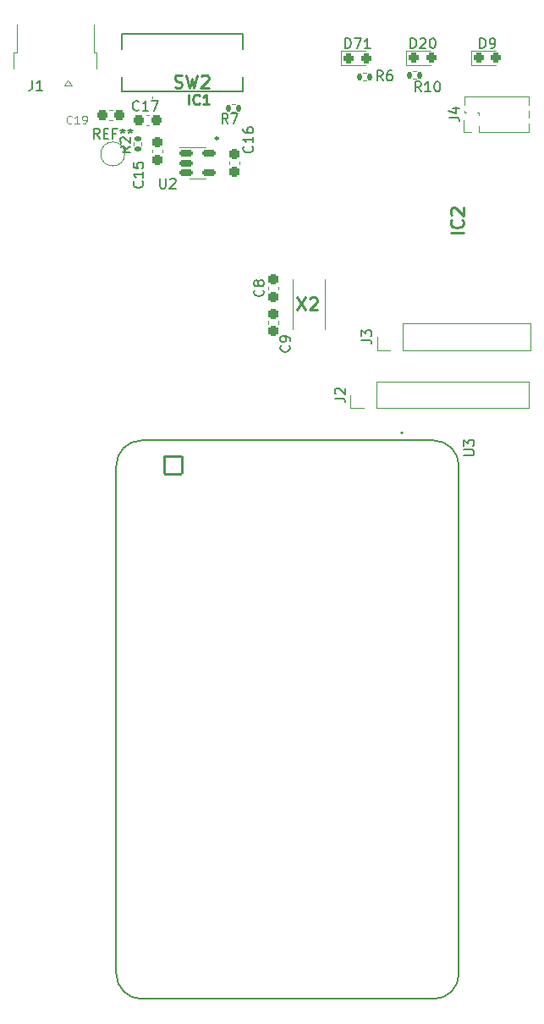
<source format=gbr>
%TF.GenerationSoftware,KiCad,Pcbnew,7.0.7*%
%TF.CreationDate,2023-10-31T18:53:21-05:00*%
%TF.ProjectId,KeyboardPCB,4b657962-6f61-4726-9450-43422e6b6963,rev?*%
%TF.SameCoordinates,Original*%
%TF.FileFunction,Legend,Top*%
%TF.FilePolarity,Positive*%
%FSLAX46Y46*%
G04 Gerber Fmt 4.6, Leading zero omitted, Abs format (unit mm)*
G04 Created by KiCad (PCBNEW 7.0.7) date 2023-10-31 18:53:21*
%MOMM*%
%LPD*%
G01*
G04 APERTURE LIST*
G04 Aperture macros list*
%AMRoundRect*
0 Rectangle with rounded corners*
0 $1 Rounding radius*
0 $2 $3 $4 $5 $6 $7 $8 $9 X,Y pos of 4 corners*
0 Add a 4 corners polygon primitive as box body*
4,1,4,$2,$3,$4,$5,$6,$7,$8,$9,$2,$3,0*
0 Add four circle primitives for the rounded corners*
1,1,$1+$1,$2,$3*
1,1,$1+$1,$4,$5*
1,1,$1+$1,$6,$7*
1,1,$1+$1,$8,$9*
0 Add four rect primitives between the rounded corners*
20,1,$1+$1,$2,$3,$4,$5,0*
20,1,$1+$1,$4,$5,$6,$7,0*
20,1,$1+$1,$6,$7,$8,$9,0*
20,1,$1+$1,$8,$9,$2,$3,0*%
G04 Aperture macros list end*
%ADD10C,0.150000*%
%ADD11C,0.254000*%
%ADD12C,0.125000*%
%ADD13C,0.250000*%
%ADD14C,0.127000*%
%ADD15C,0.200000*%
%ADD16C,0.120000*%
%ADD17C,0.100000*%
%ADD18C,2.200000*%
%ADD19RoundRect,0.102000X-0.889000X0.889000X-0.889000X-0.889000X0.889000X-0.889000X0.889000X0.889000X0*%
%ADD20C,1.982000*%
%ADD21C,1.701800*%
%ADD22C,3.000000*%
%ADD23C,3.987800*%
%ADD24RoundRect,0.237500X-0.287500X-0.237500X0.287500X-0.237500X0.287500X0.237500X-0.287500X0.237500X0*%
%ADD25RoundRect,0.150000X-0.512500X-0.150000X0.512500X-0.150000X0.512500X0.150000X-0.512500X0.150000X0*%
%ADD26RoundRect,0.237500X0.300000X0.237500X-0.300000X0.237500X-0.300000X-0.237500X0.300000X-0.237500X0*%
%ADD27R,2.400000X2.000000*%
%ADD28RoundRect,0.237500X0.237500X-0.300000X0.237500X0.300000X-0.237500X0.300000X-0.237500X-0.300000X0*%
%ADD29O,0.800000X2.400000*%
%ADD30O,2.400000X0.800000*%
%ADD31C,3.048000*%
%ADD32R,1.700000X1.700000*%
%ADD33O,1.700000X1.700000*%
%ADD34RoundRect,0.135000X-0.135000X-0.185000X0.135000X-0.185000X0.135000X0.185000X-0.135000X0.185000X0*%
%ADD35R,0.850000X0.350000*%
%ADD36R,1.700000X2.450000*%
%ADD37R,1.000000X1.000000*%
%ADD38O,1.000000X1.000000*%
%ADD39RoundRect,0.135000X-0.185000X0.135000X-0.185000X-0.135000X0.185000X-0.135000X0.185000X0.135000X0*%
%ADD40R,1.515000X1.515000*%
%ADD41C,1.515000*%
%ADD42C,2.385000*%
%ADD43C,2.000000*%
%ADD44R,0.400000X1.650000*%
%ADD45R,1.825000X0.700000*%
%ADD46R,2.000000X1.500000*%
%ADD47R,1.350000X2.000000*%
%ADD48O,1.350000X1.700000*%
%ADD49O,1.100000X1.500000*%
%ADD50R,1.430000X2.500000*%
%ADD51RoundRect,0.237500X-0.237500X0.300000X-0.237500X-0.300000X0.237500X-0.300000X0.237500X0.300000X0*%
G04 APERTURE END LIST*
D10*
X688054819Y-215861904D02*
X688864342Y-215861904D01*
X688864342Y-215861904D02*
X688959580Y-215814285D01*
X688959580Y-215814285D02*
X689007200Y-215766666D01*
X689007200Y-215766666D02*
X689054819Y-215671428D01*
X689054819Y-215671428D02*
X689054819Y-215480952D01*
X689054819Y-215480952D02*
X689007200Y-215385714D01*
X689007200Y-215385714D02*
X688959580Y-215338095D01*
X688959580Y-215338095D02*
X688864342Y-215290476D01*
X688864342Y-215290476D02*
X688054819Y-215290476D01*
X688054819Y-214909523D02*
X688054819Y-214290476D01*
X688054819Y-214290476D02*
X688435771Y-214623809D01*
X688435771Y-214623809D02*
X688435771Y-214480952D01*
X688435771Y-214480952D02*
X688483390Y-214385714D01*
X688483390Y-214385714D02*
X688531009Y-214338095D01*
X688531009Y-214338095D02*
X688626247Y-214290476D01*
X688626247Y-214290476D02*
X688864342Y-214290476D01*
X688864342Y-214290476D02*
X688959580Y-214338095D01*
X688959580Y-214338095D02*
X689007200Y-214385714D01*
X689007200Y-214385714D02*
X689054819Y-214480952D01*
X689054819Y-214480952D02*
X689054819Y-214766666D01*
X689054819Y-214766666D02*
X689007200Y-214861904D01*
X689007200Y-214861904D02*
X688959580Y-214909523D01*
X689659905Y-175103819D02*
X689659905Y-174103819D01*
X689659905Y-174103819D02*
X689898000Y-174103819D01*
X689898000Y-174103819D02*
X690040857Y-174151438D01*
X690040857Y-174151438D02*
X690136095Y-174246676D01*
X690136095Y-174246676D02*
X690183714Y-174341914D01*
X690183714Y-174341914D02*
X690231333Y-174532390D01*
X690231333Y-174532390D02*
X690231333Y-174675247D01*
X690231333Y-174675247D02*
X690183714Y-174865723D01*
X690183714Y-174865723D02*
X690136095Y-174960961D01*
X690136095Y-174960961D02*
X690040857Y-175056200D01*
X690040857Y-175056200D02*
X689898000Y-175103819D01*
X689898000Y-175103819D02*
X689659905Y-175103819D01*
X690707524Y-175103819D02*
X690898000Y-175103819D01*
X690898000Y-175103819D02*
X690993238Y-175056200D01*
X690993238Y-175056200D02*
X691040857Y-175008580D01*
X691040857Y-175008580D02*
X691136095Y-174865723D01*
X691136095Y-174865723D02*
X691183714Y-174675247D01*
X691183714Y-174675247D02*
X691183714Y-174294295D01*
X691183714Y-174294295D02*
X691136095Y-174199057D01*
X691136095Y-174199057D02*
X691088476Y-174151438D01*
X691088476Y-174151438D02*
X690993238Y-174103819D01*
X690993238Y-174103819D02*
X690802762Y-174103819D01*
X690802762Y-174103819D02*
X690707524Y-174151438D01*
X690707524Y-174151438D02*
X690659905Y-174199057D01*
X690659905Y-174199057D02*
X690612286Y-174294295D01*
X690612286Y-174294295D02*
X690612286Y-174532390D01*
X690612286Y-174532390D02*
X690659905Y-174627628D01*
X690659905Y-174627628D02*
X690707524Y-174675247D01*
X690707524Y-174675247D02*
X690802762Y-174722866D01*
X690802762Y-174722866D02*
X690993238Y-174722866D01*
X690993238Y-174722866D02*
X691088476Y-174675247D01*
X691088476Y-174675247D02*
X691136095Y-174627628D01*
X691136095Y-174627628D02*
X691183714Y-174532390D01*
X657638095Y-188154819D02*
X657638095Y-188964342D01*
X657638095Y-188964342D02*
X657685714Y-189059580D01*
X657685714Y-189059580D02*
X657733333Y-189107200D01*
X657733333Y-189107200D02*
X657828571Y-189154819D01*
X657828571Y-189154819D02*
X658019047Y-189154819D01*
X658019047Y-189154819D02*
X658114285Y-189107200D01*
X658114285Y-189107200D02*
X658161904Y-189059580D01*
X658161904Y-189059580D02*
X658209523Y-188964342D01*
X658209523Y-188964342D02*
X658209523Y-188154819D01*
X658638095Y-188250057D02*
X658685714Y-188202438D01*
X658685714Y-188202438D02*
X658780952Y-188154819D01*
X658780952Y-188154819D02*
X659019047Y-188154819D01*
X659019047Y-188154819D02*
X659114285Y-188202438D01*
X659114285Y-188202438D02*
X659161904Y-188250057D01*
X659161904Y-188250057D02*
X659209523Y-188345295D01*
X659209523Y-188345295D02*
X659209523Y-188440533D01*
X659209523Y-188440533D02*
X659161904Y-188583390D01*
X659161904Y-188583390D02*
X658590476Y-189154819D01*
X658590476Y-189154819D02*
X659209523Y-189154819D01*
X655507142Y-181284580D02*
X655459523Y-181332200D01*
X655459523Y-181332200D02*
X655316666Y-181379819D01*
X655316666Y-181379819D02*
X655221428Y-181379819D01*
X655221428Y-181379819D02*
X655078571Y-181332200D01*
X655078571Y-181332200D02*
X654983333Y-181236961D01*
X654983333Y-181236961D02*
X654935714Y-181141723D01*
X654935714Y-181141723D02*
X654888095Y-180951247D01*
X654888095Y-180951247D02*
X654888095Y-180808390D01*
X654888095Y-180808390D02*
X654935714Y-180617914D01*
X654935714Y-180617914D02*
X654983333Y-180522676D01*
X654983333Y-180522676D02*
X655078571Y-180427438D01*
X655078571Y-180427438D02*
X655221428Y-180379819D01*
X655221428Y-180379819D02*
X655316666Y-180379819D01*
X655316666Y-180379819D02*
X655459523Y-180427438D01*
X655459523Y-180427438D02*
X655507142Y-180475057D01*
X656459523Y-181379819D02*
X655888095Y-181379819D01*
X656173809Y-181379819D02*
X656173809Y-180379819D01*
X656173809Y-180379819D02*
X656078571Y-180522676D01*
X656078571Y-180522676D02*
X655983333Y-180617914D01*
X655983333Y-180617914D02*
X655888095Y-180665533D01*
X656792857Y-180379819D02*
X657459523Y-180379819D01*
X657459523Y-180379819D02*
X657030952Y-181379819D01*
D11*
X671371904Y-200041818D02*
X672218571Y-201311818D01*
X672218571Y-200041818D02*
X671371904Y-201311818D01*
X672641904Y-200162770D02*
X672702380Y-200102294D01*
X672702380Y-200102294D02*
X672823333Y-200041818D01*
X672823333Y-200041818D02*
X673125714Y-200041818D01*
X673125714Y-200041818D02*
X673246666Y-200102294D01*
X673246666Y-200102294D02*
X673307142Y-200162770D01*
X673307142Y-200162770D02*
X673367619Y-200283722D01*
X673367619Y-200283722D02*
X673367619Y-200404675D01*
X673367619Y-200404675D02*
X673307142Y-200586103D01*
X673307142Y-200586103D02*
X672581428Y-201311818D01*
X672581428Y-201311818D02*
X673367619Y-201311818D01*
D10*
X667929580Y-199304166D02*
X667977200Y-199351785D01*
X667977200Y-199351785D02*
X668024819Y-199494642D01*
X668024819Y-199494642D02*
X668024819Y-199589880D01*
X668024819Y-199589880D02*
X667977200Y-199732737D01*
X667977200Y-199732737D02*
X667881961Y-199827975D01*
X667881961Y-199827975D02*
X667786723Y-199875594D01*
X667786723Y-199875594D02*
X667596247Y-199923213D01*
X667596247Y-199923213D02*
X667453390Y-199923213D01*
X667453390Y-199923213D02*
X667262914Y-199875594D01*
X667262914Y-199875594D02*
X667167676Y-199827975D01*
X667167676Y-199827975D02*
X667072438Y-199732737D01*
X667072438Y-199732737D02*
X667024819Y-199589880D01*
X667024819Y-199589880D02*
X667024819Y-199494642D01*
X667024819Y-199494642D02*
X667072438Y-199351785D01*
X667072438Y-199351785D02*
X667120057Y-199304166D01*
X667453390Y-198732737D02*
X667405771Y-198827975D01*
X667405771Y-198827975D02*
X667358152Y-198875594D01*
X667358152Y-198875594D02*
X667262914Y-198923213D01*
X667262914Y-198923213D02*
X667215295Y-198923213D01*
X667215295Y-198923213D02*
X667120057Y-198875594D01*
X667120057Y-198875594D02*
X667072438Y-198827975D01*
X667072438Y-198827975D02*
X667024819Y-198732737D01*
X667024819Y-198732737D02*
X667024819Y-198542261D01*
X667024819Y-198542261D02*
X667072438Y-198447023D01*
X667072438Y-198447023D02*
X667120057Y-198399404D01*
X667120057Y-198399404D02*
X667215295Y-198351785D01*
X667215295Y-198351785D02*
X667262914Y-198351785D01*
X667262914Y-198351785D02*
X667358152Y-198399404D01*
X667358152Y-198399404D02*
X667405771Y-198447023D01*
X667405771Y-198447023D02*
X667453390Y-198542261D01*
X667453390Y-198542261D02*
X667453390Y-198732737D01*
X667453390Y-198732737D02*
X667501009Y-198827975D01*
X667501009Y-198827975D02*
X667548628Y-198875594D01*
X667548628Y-198875594D02*
X667643866Y-198923213D01*
X667643866Y-198923213D02*
X667834342Y-198923213D01*
X667834342Y-198923213D02*
X667929580Y-198875594D01*
X667929580Y-198875594D02*
X667977200Y-198827975D01*
X667977200Y-198827975D02*
X668024819Y-198732737D01*
X668024819Y-198732737D02*
X668024819Y-198542261D01*
X668024819Y-198542261D02*
X667977200Y-198447023D01*
X667977200Y-198447023D02*
X667929580Y-198399404D01*
X667929580Y-198399404D02*
X667834342Y-198351785D01*
X667834342Y-198351785D02*
X667643866Y-198351785D01*
X667643866Y-198351785D02*
X667548628Y-198399404D01*
X667548628Y-198399404D02*
X667501009Y-198447023D01*
X667501009Y-198447023D02*
X667453390Y-198542261D01*
D11*
X687997318Y-193618762D02*
X686727318Y-193618762D01*
X687876365Y-192288285D02*
X687936842Y-192348761D01*
X687936842Y-192348761D02*
X687997318Y-192530190D01*
X687997318Y-192530190D02*
X687997318Y-192651142D01*
X687997318Y-192651142D02*
X687936842Y-192832571D01*
X687936842Y-192832571D02*
X687815889Y-192953523D01*
X687815889Y-192953523D02*
X687694937Y-193014000D01*
X687694937Y-193014000D02*
X687453032Y-193074476D01*
X687453032Y-193074476D02*
X687271603Y-193074476D01*
X687271603Y-193074476D02*
X687029699Y-193014000D01*
X687029699Y-193014000D02*
X686908746Y-192953523D01*
X686908746Y-192953523D02*
X686787794Y-192832571D01*
X686787794Y-192832571D02*
X686727318Y-192651142D01*
X686727318Y-192651142D02*
X686727318Y-192530190D01*
X686727318Y-192530190D02*
X686787794Y-192348761D01*
X686787794Y-192348761D02*
X686848270Y-192288285D01*
X686848270Y-191804476D02*
X686787794Y-191744000D01*
X686787794Y-191744000D02*
X686727318Y-191623047D01*
X686727318Y-191623047D02*
X686727318Y-191320666D01*
X686727318Y-191320666D02*
X686787794Y-191199714D01*
X686787794Y-191199714D02*
X686848270Y-191139238D01*
X686848270Y-191139238D02*
X686969222Y-191078761D01*
X686969222Y-191078761D02*
X687090175Y-191078761D01*
X687090175Y-191078761D02*
X687271603Y-191139238D01*
X687271603Y-191139238D02*
X687997318Y-191864952D01*
X687997318Y-191864952D02*
X687997318Y-191078761D01*
D12*
X648785714Y-182587404D02*
X648747618Y-182625500D01*
X648747618Y-182625500D02*
X648633333Y-182663595D01*
X648633333Y-182663595D02*
X648557142Y-182663595D01*
X648557142Y-182663595D02*
X648442856Y-182625500D01*
X648442856Y-182625500D02*
X648366666Y-182549309D01*
X648366666Y-182549309D02*
X648328571Y-182473119D01*
X648328571Y-182473119D02*
X648290475Y-182320738D01*
X648290475Y-182320738D02*
X648290475Y-182206452D01*
X648290475Y-182206452D02*
X648328571Y-182054071D01*
X648328571Y-182054071D02*
X648366666Y-181977880D01*
X648366666Y-181977880D02*
X648442856Y-181901690D01*
X648442856Y-181901690D02*
X648557142Y-181863595D01*
X648557142Y-181863595D02*
X648633333Y-181863595D01*
X648633333Y-181863595D02*
X648747618Y-181901690D01*
X648747618Y-181901690D02*
X648785714Y-181939785D01*
X649547618Y-182663595D02*
X649090475Y-182663595D01*
X649319047Y-182663595D02*
X649319047Y-181863595D01*
X649319047Y-181863595D02*
X649242856Y-181977880D01*
X649242856Y-181977880D02*
X649166666Y-182054071D01*
X649166666Y-182054071D02*
X649090475Y-182092166D01*
X649928571Y-182663595D02*
X650080952Y-182663595D01*
X650080952Y-182663595D02*
X650157142Y-182625500D01*
X650157142Y-182625500D02*
X650195238Y-182587404D01*
X650195238Y-182587404D02*
X650271428Y-182473119D01*
X650271428Y-182473119D02*
X650309523Y-182320738D01*
X650309523Y-182320738D02*
X650309523Y-182015976D01*
X650309523Y-182015976D02*
X650271428Y-181939785D01*
X650271428Y-181939785D02*
X650233333Y-181901690D01*
X650233333Y-181901690D02*
X650157142Y-181863595D01*
X650157142Y-181863595D02*
X650004761Y-181863595D01*
X650004761Y-181863595D02*
X649928571Y-181901690D01*
X649928571Y-181901690D02*
X649890476Y-181939785D01*
X649890476Y-181939785D02*
X649852380Y-182015976D01*
X649852380Y-182015976D02*
X649852380Y-182206452D01*
X649852380Y-182206452D02*
X649890476Y-182282642D01*
X649890476Y-182282642D02*
X649928571Y-182320738D01*
X649928571Y-182320738D02*
X650004761Y-182358833D01*
X650004761Y-182358833D02*
X650157142Y-182358833D01*
X650157142Y-182358833D02*
X650233333Y-182320738D01*
X650233333Y-182320738D02*
X650271428Y-182282642D01*
X650271428Y-182282642D02*
X650309523Y-182206452D01*
D10*
X677797819Y-204312333D02*
X678512104Y-204312333D01*
X678512104Y-204312333D02*
X678654961Y-204359952D01*
X678654961Y-204359952D02*
X678750200Y-204455190D01*
X678750200Y-204455190D02*
X678797819Y-204598047D01*
X678797819Y-204598047D02*
X678797819Y-204693285D01*
X677797819Y-203931380D02*
X677797819Y-203312333D01*
X677797819Y-203312333D02*
X678178771Y-203645666D01*
X678178771Y-203645666D02*
X678178771Y-203502809D01*
X678178771Y-203502809D02*
X678226390Y-203407571D01*
X678226390Y-203407571D02*
X678274009Y-203359952D01*
X678274009Y-203359952D02*
X678369247Y-203312333D01*
X678369247Y-203312333D02*
X678607342Y-203312333D01*
X678607342Y-203312333D02*
X678702580Y-203359952D01*
X678702580Y-203359952D02*
X678750200Y-203407571D01*
X678750200Y-203407571D02*
X678797819Y-203502809D01*
X678797819Y-203502809D02*
X678797819Y-203788523D01*
X678797819Y-203788523D02*
X678750200Y-203883761D01*
X678750200Y-203883761D02*
X678702580Y-203931380D01*
X666859580Y-184942857D02*
X666907200Y-184990476D01*
X666907200Y-184990476D02*
X666954819Y-185133333D01*
X666954819Y-185133333D02*
X666954819Y-185228571D01*
X666954819Y-185228571D02*
X666907200Y-185371428D01*
X666907200Y-185371428D02*
X666811961Y-185466666D01*
X666811961Y-185466666D02*
X666716723Y-185514285D01*
X666716723Y-185514285D02*
X666526247Y-185561904D01*
X666526247Y-185561904D02*
X666383390Y-185561904D01*
X666383390Y-185561904D02*
X666192914Y-185514285D01*
X666192914Y-185514285D02*
X666097676Y-185466666D01*
X666097676Y-185466666D02*
X666002438Y-185371428D01*
X666002438Y-185371428D02*
X665954819Y-185228571D01*
X665954819Y-185228571D02*
X665954819Y-185133333D01*
X665954819Y-185133333D02*
X666002438Y-184990476D01*
X666002438Y-184990476D02*
X666050057Y-184942857D01*
X666954819Y-183990476D02*
X666954819Y-184561904D01*
X666954819Y-184276190D02*
X665954819Y-184276190D01*
X665954819Y-184276190D02*
X666097676Y-184371428D01*
X666097676Y-184371428D02*
X666192914Y-184466666D01*
X666192914Y-184466666D02*
X666240533Y-184561904D01*
X665954819Y-183133333D02*
X665954819Y-183323809D01*
X665954819Y-183323809D02*
X666002438Y-183419047D01*
X666002438Y-183419047D02*
X666050057Y-183466666D01*
X666050057Y-183466666D02*
X666192914Y-183561904D01*
X666192914Y-183561904D02*
X666383390Y-183609523D01*
X666383390Y-183609523D02*
X666764342Y-183609523D01*
X666764342Y-183609523D02*
X666859580Y-183561904D01*
X666859580Y-183561904D02*
X666907200Y-183514285D01*
X666907200Y-183514285D02*
X666954819Y-183419047D01*
X666954819Y-183419047D02*
X666954819Y-183228571D01*
X666954819Y-183228571D02*
X666907200Y-183133333D01*
X666907200Y-183133333D02*
X666859580Y-183085714D01*
X666859580Y-183085714D02*
X666764342Y-183038095D01*
X666764342Y-183038095D02*
X666526247Y-183038095D01*
X666526247Y-183038095D02*
X666431009Y-183085714D01*
X666431009Y-183085714D02*
X666383390Y-183133333D01*
X666383390Y-183133333D02*
X666335771Y-183228571D01*
X666335771Y-183228571D02*
X666335771Y-183419047D01*
X666335771Y-183419047D02*
X666383390Y-183514285D01*
X666383390Y-183514285D02*
X666431009Y-183561904D01*
X666431009Y-183561904D02*
X666526247Y-183609523D01*
X664433333Y-182654819D02*
X664100000Y-182178628D01*
X663861905Y-182654819D02*
X663861905Y-181654819D01*
X663861905Y-181654819D02*
X664242857Y-181654819D01*
X664242857Y-181654819D02*
X664338095Y-181702438D01*
X664338095Y-181702438D02*
X664385714Y-181750057D01*
X664385714Y-181750057D02*
X664433333Y-181845295D01*
X664433333Y-181845295D02*
X664433333Y-181988152D01*
X664433333Y-181988152D02*
X664385714Y-182083390D01*
X664385714Y-182083390D02*
X664338095Y-182131009D01*
X664338095Y-182131009D02*
X664242857Y-182178628D01*
X664242857Y-182178628D02*
X663861905Y-182178628D01*
X664766667Y-181654819D02*
X665433333Y-181654819D01*
X665433333Y-181654819D02*
X665004762Y-182654819D01*
X683757142Y-179454819D02*
X683423809Y-178978628D01*
X683185714Y-179454819D02*
X683185714Y-178454819D01*
X683185714Y-178454819D02*
X683566666Y-178454819D01*
X683566666Y-178454819D02*
X683661904Y-178502438D01*
X683661904Y-178502438D02*
X683709523Y-178550057D01*
X683709523Y-178550057D02*
X683757142Y-178645295D01*
X683757142Y-178645295D02*
X683757142Y-178788152D01*
X683757142Y-178788152D02*
X683709523Y-178883390D01*
X683709523Y-178883390D02*
X683661904Y-178931009D01*
X683661904Y-178931009D02*
X683566666Y-178978628D01*
X683566666Y-178978628D02*
X683185714Y-178978628D01*
X684709523Y-179454819D02*
X684138095Y-179454819D01*
X684423809Y-179454819D02*
X684423809Y-178454819D01*
X684423809Y-178454819D02*
X684328571Y-178597676D01*
X684328571Y-178597676D02*
X684233333Y-178692914D01*
X684233333Y-178692914D02*
X684138095Y-178740533D01*
X685328571Y-178454819D02*
X685423809Y-178454819D01*
X685423809Y-178454819D02*
X685519047Y-178502438D01*
X685519047Y-178502438D02*
X685566666Y-178550057D01*
X685566666Y-178550057D02*
X685614285Y-178645295D01*
X685614285Y-178645295D02*
X685661904Y-178835771D01*
X685661904Y-178835771D02*
X685661904Y-179073866D01*
X685661904Y-179073866D02*
X685614285Y-179264342D01*
X685614285Y-179264342D02*
X685566666Y-179359580D01*
X685566666Y-179359580D02*
X685519047Y-179407200D01*
X685519047Y-179407200D02*
X685423809Y-179454819D01*
X685423809Y-179454819D02*
X685328571Y-179454819D01*
X685328571Y-179454819D02*
X685233333Y-179407200D01*
X685233333Y-179407200D02*
X685185714Y-179359580D01*
X685185714Y-179359580D02*
X685138095Y-179264342D01*
X685138095Y-179264342D02*
X685090476Y-179073866D01*
X685090476Y-179073866D02*
X685090476Y-178835771D01*
X685090476Y-178835771D02*
X685138095Y-178645295D01*
X685138095Y-178645295D02*
X685185714Y-178550057D01*
X685185714Y-178550057D02*
X685233333Y-178502438D01*
X685233333Y-178502438D02*
X685328571Y-178454819D01*
X679933333Y-178354819D02*
X679600000Y-177878628D01*
X679361905Y-178354819D02*
X679361905Y-177354819D01*
X679361905Y-177354819D02*
X679742857Y-177354819D01*
X679742857Y-177354819D02*
X679838095Y-177402438D01*
X679838095Y-177402438D02*
X679885714Y-177450057D01*
X679885714Y-177450057D02*
X679933333Y-177545295D01*
X679933333Y-177545295D02*
X679933333Y-177688152D01*
X679933333Y-177688152D02*
X679885714Y-177783390D01*
X679885714Y-177783390D02*
X679838095Y-177831009D01*
X679838095Y-177831009D02*
X679742857Y-177878628D01*
X679742857Y-177878628D02*
X679361905Y-177878628D01*
X680790476Y-177354819D02*
X680600000Y-177354819D01*
X680600000Y-177354819D02*
X680504762Y-177402438D01*
X680504762Y-177402438D02*
X680457143Y-177450057D01*
X680457143Y-177450057D02*
X680361905Y-177592914D01*
X680361905Y-177592914D02*
X680314286Y-177783390D01*
X680314286Y-177783390D02*
X680314286Y-178164342D01*
X680314286Y-178164342D02*
X680361905Y-178259580D01*
X680361905Y-178259580D02*
X680409524Y-178307200D01*
X680409524Y-178307200D02*
X680504762Y-178354819D01*
X680504762Y-178354819D02*
X680695238Y-178354819D01*
X680695238Y-178354819D02*
X680790476Y-178307200D01*
X680790476Y-178307200D02*
X680838095Y-178259580D01*
X680838095Y-178259580D02*
X680885714Y-178164342D01*
X680885714Y-178164342D02*
X680885714Y-177926247D01*
X680885714Y-177926247D02*
X680838095Y-177831009D01*
X680838095Y-177831009D02*
X680790476Y-177783390D01*
X680790476Y-177783390D02*
X680695238Y-177735771D01*
X680695238Y-177735771D02*
X680504762Y-177735771D01*
X680504762Y-177735771D02*
X680409524Y-177783390D01*
X680409524Y-177783390D02*
X680361905Y-177831009D01*
X680361905Y-177831009D02*
X680314286Y-177926247D01*
D13*
X660523810Y-180749619D02*
X660523810Y-179749619D01*
X661571428Y-180654380D02*
X661523809Y-180702000D01*
X661523809Y-180702000D02*
X661380952Y-180749619D01*
X661380952Y-180749619D02*
X661285714Y-180749619D01*
X661285714Y-180749619D02*
X661142857Y-180702000D01*
X661142857Y-180702000D02*
X661047619Y-180606761D01*
X661047619Y-180606761D02*
X661000000Y-180511523D01*
X661000000Y-180511523D02*
X660952381Y-180321047D01*
X660952381Y-180321047D02*
X660952381Y-180178190D01*
X660952381Y-180178190D02*
X661000000Y-179987714D01*
X661000000Y-179987714D02*
X661047619Y-179892476D01*
X661047619Y-179892476D02*
X661142857Y-179797238D01*
X661142857Y-179797238D02*
X661285714Y-179749619D01*
X661285714Y-179749619D02*
X661380952Y-179749619D01*
X661380952Y-179749619D02*
X661523809Y-179797238D01*
X661523809Y-179797238D02*
X661571428Y-179844857D01*
X662523809Y-180749619D02*
X661952381Y-180749619D01*
X662238095Y-180749619D02*
X662238095Y-179749619D01*
X662238095Y-179749619D02*
X662142857Y-179892476D01*
X662142857Y-179892476D02*
X662047619Y-179987714D01*
X662047619Y-179987714D02*
X661952381Y-180035333D01*
D10*
X686552819Y-182047333D02*
X687267104Y-182047333D01*
X687267104Y-182047333D02*
X687409961Y-182094952D01*
X687409961Y-182094952D02*
X687505200Y-182190190D01*
X687505200Y-182190190D02*
X687552819Y-182333047D01*
X687552819Y-182333047D02*
X687552819Y-182428285D01*
X686886152Y-181142571D02*
X687552819Y-181142571D01*
X686505200Y-181380666D02*
X687219485Y-181618761D01*
X687219485Y-181618761D02*
X687219485Y-180999714D01*
X675124819Y-210133333D02*
X675839104Y-210133333D01*
X675839104Y-210133333D02*
X675981961Y-210180952D01*
X675981961Y-210180952D02*
X676077200Y-210276190D01*
X676077200Y-210276190D02*
X676124819Y-210419047D01*
X676124819Y-210419047D02*
X676124819Y-210514285D01*
X675220057Y-209704761D02*
X675172438Y-209657142D01*
X675172438Y-209657142D02*
X675124819Y-209561904D01*
X675124819Y-209561904D02*
X675124819Y-209323809D01*
X675124819Y-209323809D02*
X675172438Y-209228571D01*
X675172438Y-209228571D02*
X675220057Y-209180952D01*
X675220057Y-209180952D02*
X675315295Y-209133333D01*
X675315295Y-209133333D02*
X675410533Y-209133333D01*
X675410533Y-209133333D02*
X675553390Y-209180952D01*
X675553390Y-209180952D02*
X676124819Y-209752380D01*
X676124819Y-209752380D02*
X676124819Y-209133333D01*
X682718714Y-175103819D02*
X682718714Y-174103819D01*
X682718714Y-174103819D02*
X682956809Y-174103819D01*
X682956809Y-174103819D02*
X683099666Y-174151438D01*
X683099666Y-174151438D02*
X683194904Y-174246676D01*
X683194904Y-174246676D02*
X683242523Y-174341914D01*
X683242523Y-174341914D02*
X683290142Y-174532390D01*
X683290142Y-174532390D02*
X683290142Y-174675247D01*
X683290142Y-174675247D02*
X683242523Y-174865723D01*
X683242523Y-174865723D02*
X683194904Y-174960961D01*
X683194904Y-174960961D02*
X683099666Y-175056200D01*
X683099666Y-175056200D02*
X682956809Y-175103819D01*
X682956809Y-175103819D02*
X682718714Y-175103819D01*
X683671095Y-174199057D02*
X683718714Y-174151438D01*
X683718714Y-174151438D02*
X683813952Y-174103819D01*
X683813952Y-174103819D02*
X684052047Y-174103819D01*
X684052047Y-174103819D02*
X684147285Y-174151438D01*
X684147285Y-174151438D02*
X684194904Y-174199057D01*
X684194904Y-174199057D02*
X684242523Y-174294295D01*
X684242523Y-174294295D02*
X684242523Y-174389533D01*
X684242523Y-174389533D02*
X684194904Y-174532390D01*
X684194904Y-174532390D02*
X683623476Y-175103819D01*
X683623476Y-175103819D02*
X684242523Y-175103819D01*
X684861571Y-174103819D02*
X684956809Y-174103819D01*
X684956809Y-174103819D02*
X685052047Y-174151438D01*
X685052047Y-174151438D02*
X685099666Y-174199057D01*
X685099666Y-174199057D02*
X685147285Y-174294295D01*
X685147285Y-174294295D02*
X685194904Y-174484771D01*
X685194904Y-174484771D02*
X685194904Y-174722866D01*
X685194904Y-174722866D02*
X685147285Y-174913342D01*
X685147285Y-174913342D02*
X685099666Y-175008580D01*
X685099666Y-175008580D02*
X685052047Y-175056200D01*
X685052047Y-175056200D02*
X684956809Y-175103819D01*
X684956809Y-175103819D02*
X684861571Y-175103819D01*
X684861571Y-175103819D02*
X684766333Y-175056200D01*
X684766333Y-175056200D02*
X684718714Y-175008580D01*
X684718714Y-175008580D02*
X684671095Y-174913342D01*
X684671095Y-174913342D02*
X684623476Y-174722866D01*
X684623476Y-174722866D02*
X684623476Y-174484771D01*
X684623476Y-174484771D02*
X684671095Y-174294295D01*
X684671095Y-174294295D02*
X684718714Y-174199057D01*
X684718714Y-174199057D02*
X684766333Y-174151438D01*
X684766333Y-174151438D02*
X684861571Y-174103819D01*
X654654819Y-184966666D02*
X654178628Y-185299999D01*
X654654819Y-185538094D02*
X653654819Y-185538094D01*
X653654819Y-185538094D02*
X653654819Y-185157142D01*
X653654819Y-185157142D02*
X653702438Y-185061904D01*
X653702438Y-185061904D02*
X653750057Y-185014285D01*
X653750057Y-185014285D02*
X653845295Y-184966666D01*
X653845295Y-184966666D02*
X653988152Y-184966666D01*
X653988152Y-184966666D02*
X654083390Y-185014285D01*
X654083390Y-185014285D02*
X654131009Y-185061904D01*
X654131009Y-185061904D02*
X654178628Y-185157142D01*
X654178628Y-185157142D02*
X654178628Y-185538094D01*
X653750057Y-184585713D02*
X653702438Y-184538094D01*
X653702438Y-184538094D02*
X653654819Y-184442856D01*
X653654819Y-184442856D02*
X653654819Y-184204761D01*
X653654819Y-184204761D02*
X653702438Y-184109523D01*
X653702438Y-184109523D02*
X653750057Y-184061904D01*
X653750057Y-184061904D02*
X653845295Y-184014285D01*
X653845295Y-184014285D02*
X653940533Y-184014285D01*
X653940533Y-184014285D02*
X654083390Y-184061904D01*
X654083390Y-184061904D02*
X654654819Y-184633332D01*
X654654819Y-184633332D02*
X654654819Y-184014285D01*
X676185714Y-175124819D02*
X676185714Y-174124819D01*
X676185714Y-174124819D02*
X676423809Y-174124819D01*
X676423809Y-174124819D02*
X676566666Y-174172438D01*
X676566666Y-174172438D02*
X676661904Y-174267676D01*
X676661904Y-174267676D02*
X676709523Y-174362914D01*
X676709523Y-174362914D02*
X676757142Y-174553390D01*
X676757142Y-174553390D02*
X676757142Y-174696247D01*
X676757142Y-174696247D02*
X676709523Y-174886723D01*
X676709523Y-174886723D02*
X676661904Y-174981961D01*
X676661904Y-174981961D02*
X676566666Y-175077200D01*
X676566666Y-175077200D02*
X676423809Y-175124819D01*
X676423809Y-175124819D02*
X676185714Y-175124819D01*
X677090476Y-174124819D02*
X677757142Y-174124819D01*
X677757142Y-174124819D02*
X677328571Y-175124819D01*
X678661904Y-175124819D02*
X678090476Y-175124819D01*
X678376190Y-175124819D02*
X678376190Y-174124819D01*
X678376190Y-174124819D02*
X678280952Y-174267676D01*
X678280952Y-174267676D02*
X678185714Y-174362914D01*
X678185714Y-174362914D02*
X678090476Y-174410533D01*
D11*
X659106666Y-179013842D02*
X659288095Y-179074318D01*
X659288095Y-179074318D02*
X659590476Y-179074318D01*
X659590476Y-179074318D02*
X659711428Y-179013842D01*
X659711428Y-179013842D02*
X659771904Y-178953365D01*
X659771904Y-178953365D02*
X659832381Y-178832413D01*
X659832381Y-178832413D02*
X659832381Y-178711461D01*
X659832381Y-178711461D02*
X659771904Y-178590508D01*
X659771904Y-178590508D02*
X659711428Y-178530032D01*
X659711428Y-178530032D02*
X659590476Y-178469556D01*
X659590476Y-178469556D02*
X659348571Y-178409080D01*
X659348571Y-178409080D02*
X659227619Y-178348603D01*
X659227619Y-178348603D02*
X659167142Y-178288127D01*
X659167142Y-178288127D02*
X659106666Y-178167175D01*
X659106666Y-178167175D02*
X659106666Y-178046222D01*
X659106666Y-178046222D02*
X659167142Y-177925270D01*
X659167142Y-177925270D02*
X659227619Y-177864794D01*
X659227619Y-177864794D02*
X659348571Y-177804318D01*
X659348571Y-177804318D02*
X659650952Y-177804318D01*
X659650952Y-177804318D02*
X659832381Y-177864794D01*
X660255714Y-177804318D02*
X660558095Y-179074318D01*
X660558095Y-179074318D02*
X660800000Y-178167175D01*
X660800000Y-178167175D02*
X661041905Y-179074318D01*
X661041905Y-179074318D02*
X661344286Y-177804318D01*
X661767619Y-177925270D02*
X661828095Y-177864794D01*
X661828095Y-177864794D02*
X661949048Y-177804318D01*
X661949048Y-177804318D02*
X662251429Y-177804318D01*
X662251429Y-177804318D02*
X662372381Y-177864794D01*
X662372381Y-177864794D02*
X662432857Y-177925270D01*
X662432857Y-177925270D02*
X662493334Y-178046222D01*
X662493334Y-178046222D02*
X662493334Y-178167175D01*
X662493334Y-178167175D02*
X662432857Y-178348603D01*
X662432857Y-178348603D02*
X661707143Y-179074318D01*
X661707143Y-179074318D02*
X662493334Y-179074318D01*
D10*
X651566666Y-184156819D02*
X651233333Y-183680628D01*
X650995238Y-184156819D02*
X650995238Y-183156819D01*
X650995238Y-183156819D02*
X651376190Y-183156819D01*
X651376190Y-183156819D02*
X651471428Y-183204438D01*
X651471428Y-183204438D02*
X651519047Y-183252057D01*
X651519047Y-183252057D02*
X651566666Y-183347295D01*
X651566666Y-183347295D02*
X651566666Y-183490152D01*
X651566666Y-183490152D02*
X651519047Y-183585390D01*
X651519047Y-183585390D02*
X651471428Y-183633009D01*
X651471428Y-183633009D02*
X651376190Y-183680628D01*
X651376190Y-183680628D02*
X650995238Y-183680628D01*
X651995238Y-183633009D02*
X652328571Y-183633009D01*
X652471428Y-184156819D02*
X651995238Y-184156819D01*
X651995238Y-184156819D02*
X651995238Y-183156819D01*
X651995238Y-183156819D02*
X652471428Y-183156819D01*
X653233333Y-183633009D02*
X652900000Y-183633009D01*
X652900000Y-184156819D02*
X652900000Y-183156819D01*
X652900000Y-183156819D02*
X653376190Y-183156819D01*
X653900000Y-183156819D02*
X653900000Y-183394914D01*
X653661905Y-183299676D02*
X653900000Y-183394914D01*
X653900000Y-183394914D02*
X654138095Y-183299676D01*
X653757143Y-183585390D02*
X653900000Y-183394914D01*
X653900000Y-183394914D02*
X654042857Y-183585390D01*
X654661905Y-183156819D02*
X654661905Y-183394914D01*
X654423810Y-183299676D02*
X654661905Y-183394914D01*
X654661905Y-183394914D02*
X654900000Y-183299676D01*
X654519048Y-183585390D02*
X654661905Y-183394914D01*
X654661905Y-183394914D02*
X654804762Y-183585390D01*
X644841666Y-178333819D02*
X644841666Y-179048104D01*
X644841666Y-179048104D02*
X644794047Y-179190961D01*
X644794047Y-179190961D02*
X644698809Y-179286200D01*
X644698809Y-179286200D02*
X644555952Y-179333819D01*
X644555952Y-179333819D02*
X644460714Y-179333819D01*
X645841666Y-179333819D02*
X645270238Y-179333819D01*
X645555952Y-179333819D02*
X645555952Y-178333819D01*
X645555952Y-178333819D02*
X645460714Y-178476676D01*
X645460714Y-178476676D02*
X645365476Y-178571914D01*
X645365476Y-178571914D02*
X645270238Y-178619533D01*
X655859580Y-188442857D02*
X655907200Y-188490476D01*
X655907200Y-188490476D02*
X655954819Y-188633333D01*
X655954819Y-188633333D02*
X655954819Y-188728571D01*
X655954819Y-188728571D02*
X655907200Y-188871428D01*
X655907200Y-188871428D02*
X655811961Y-188966666D01*
X655811961Y-188966666D02*
X655716723Y-189014285D01*
X655716723Y-189014285D02*
X655526247Y-189061904D01*
X655526247Y-189061904D02*
X655383390Y-189061904D01*
X655383390Y-189061904D02*
X655192914Y-189014285D01*
X655192914Y-189014285D02*
X655097676Y-188966666D01*
X655097676Y-188966666D02*
X655002438Y-188871428D01*
X655002438Y-188871428D02*
X654954819Y-188728571D01*
X654954819Y-188728571D02*
X654954819Y-188633333D01*
X654954819Y-188633333D02*
X655002438Y-188490476D01*
X655002438Y-188490476D02*
X655050057Y-188442857D01*
X655954819Y-187490476D02*
X655954819Y-188061904D01*
X655954819Y-187776190D02*
X654954819Y-187776190D01*
X654954819Y-187776190D02*
X655097676Y-187871428D01*
X655097676Y-187871428D02*
X655192914Y-187966666D01*
X655192914Y-187966666D02*
X655240533Y-188061904D01*
X654954819Y-186585714D02*
X654954819Y-187061904D01*
X654954819Y-187061904D02*
X655431009Y-187109523D01*
X655431009Y-187109523D02*
X655383390Y-187061904D01*
X655383390Y-187061904D02*
X655335771Y-186966666D01*
X655335771Y-186966666D02*
X655335771Y-186728571D01*
X655335771Y-186728571D02*
X655383390Y-186633333D01*
X655383390Y-186633333D02*
X655431009Y-186585714D01*
X655431009Y-186585714D02*
X655526247Y-186538095D01*
X655526247Y-186538095D02*
X655764342Y-186538095D01*
X655764342Y-186538095D02*
X655859580Y-186585714D01*
X655859580Y-186585714D02*
X655907200Y-186633333D01*
X655907200Y-186633333D02*
X655954819Y-186728571D01*
X655954819Y-186728571D02*
X655954819Y-186966666D01*
X655954819Y-186966666D02*
X655907200Y-187061904D01*
X655907200Y-187061904D02*
X655859580Y-187109523D01*
X670559580Y-204866666D02*
X670607200Y-204914285D01*
X670607200Y-204914285D02*
X670654819Y-205057142D01*
X670654819Y-205057142D02*
X670654819Y-205152380D01*
X670654819Y-205152380D02*
X670607200Y-205295237D01*
X670607200Y-205295237D02*
X670511961Y-205390475D01*
X670511961Y-205390475D02*
X670416723Y-205438094D01*
X670416723Y-205438094D02*
X670226247Y-205485713D01*
X670226247Y-205485713D02*
X670083390Y-205485713D01*
X670083390Y-205485713D02*
X669892914Y-205438094D01*
X669892914Y-205438094D02*
X669797676Y-205390475D01*
X669797676Y-205390475D02*
X669702438Y-205295237D01*
X669702438Y-205295237D02*
X669654819Y-205152380D01*
X669654819Y-205152380D02*
X669654819Y-205057142D01*
X669654819Y-205057142D02*
X669702438Y-204914285D01*
X669702438Y-204914285D02*
X669750057Y-204866666D01*
X670654819Y-204390475D02*
X670654819Y-204199999D01*
X670654819Y-204199999D02*
X670607200Y-204104761D01*
X670607200Y-204104761D02*
X670559580Y-204057142D01*
X670559580Y-204057142D02*
X670416723Y-203961904D01*
X670416723Y-203961904D02*
X670226247Y-203914285D01*
X670226247Y-203914285D02*
X669845295Y-203914285D01*
X669845295Y-203914285D02*
X669750057Y-203961904D01*
X669750057Y-203961904D02*
X669702438Y-204009523D01*
X669702438Y-204009523D02*
X669654819Y-204104761D01*
X669654819Y-204104761D02*
X669654819Y-204295237D01*
X669654819Y-204295237D02*
X669702438Y-204390475D01*
X669702438Y-204390475D02*
X669750057Y-204438094D01*
X669750057Y-204438094D02*
X669845295Y-204485713D01*
X669845295Y-204485713D02*
X670083390Y-204485713D01*
X670083390Y-204485713D02*
X670178628Y-204438094D01*
X670178628Y-204438094D02*
X670226247Y-204390475D01*
X670226247Y-204390475D02*
X670273866Y-204295237D01*
X670273866Y-204295237D02*
X670273866Y-204104761D01*
X670273866Y-204104761D02*
X670226247Y-204009523D01*
X670226247Y-204009523D02*
X670178628Y-203961904D01*
X670178628Y-203961904D02*
X670083390Y-203914285D01*
D14*
%TO.C,U3*%
X685000000Y-214360000D02*
X655790000Y-214360000D01*
X653250000Y-216900000D02*
X653250000Y-267700000D01*
X687540000Y-267700000D02*
X687540000Y-216900000D01*
X655790000Y-270240000D02*
X685000000Y-270240000D01*
X687540000Y-216900000D02*
G75*
G03*
X685000000Y-214360000I-2540001J-1D01*
G01*
X655790000Y-214360000D02*
G75*
G03*
X653250000Y-216900000I1J-2540001D01*
G01*
X685000000Y-270240000D02*
G75*
G03*
X687540000Y-267700000I0J2540000D01*
G01*
X653250000Y-267700000D02*
G75*
G03*
X655790000Y-270240000I2540000J0D01*
G01*
D15*
X681925000Y-213610000D02*
G75*
G03*
X681925000Y-213610000I-100000J0D01*
G01*
D16*
%TO.C,D9*%
X688738000Y-175344000D02*
X688738000Y-176814000D01*
X688738000Y-176814000D02*
X691198000Y-176814000D01*
X691198000Y-175344000D02*
X688738000Y-175344000D01*
%TO.C,U2*%
X661400000Y-185040000D02*
X659600000Y-185040000D01*
X661400000Y-185040000D02*
X662200000Y-185040000D01*
X661400000Y-188160000D02*
X660600000Y-188160000D01*
X661400000Y-188160000D02*
X662200000Y-188160000D01*
%TO.C,C17*%
X656546267Y-182810000D02*
X656253733Y-182810000D01*
X656546267Y-181790000D02*
X656253733Y-181790000D01*
D17*
%TO.C,X2*%
X674100000Y-198237500D02*
X674100000Y-203237500D01*
X670900000Y-198237500D02*
X670900000Y-203237500D01*
D16*
%TO.C,C8*%
X668490000Y-199283767D02*
X668490000Y-198991233D01*
X669510000Y-199283767D02*
X669510000Y-198991233D01*
%TO.C,C19*%
X652846267Y-182310000D02*
X652553733Y-182310000D01*
X652846267Y-181290000D02*
X652553733Y-181290000D01*
%TO.C,J3*%
X679343000Y-205309000D02*
X679343000Y-203979000D01*
X680673000Y-205309000D02*
X679343000Y-205309000D01*
X681943000Y-205309000D02*
X694703000Y-205309000D01*
X681943000Y-205309000D02*
X681943000Y-202649000D01*
X694703000Y-205309000D02*
X694703000Y-202649000D01*
X681943000Y-202649000D02*
X694703000Y-202649000D01*
%TO.C,C16*%
X664590000Y-186746267D02*
X664590000Y-186453733D01*
X665610000Y-186746267D02*
X665610000Y-186453733D01*
%TO.C,R7*%
X664836359Y-180720000D02*
X665143641Y-180720000D01*
X664836359Y-181480000D02*
X665143641Y-181480000D01*
%TO.C,R10*%
X682946359Y-177420000D02*
X683253641Y-177420000D01*
X682946359Y-178180000D02*
X683253641Y-178180000D01*
%TO.C,R6*%
X677936359Y-177620000D02*
X678243641Y-177620000D01*
X677936359Y-178380000D02*
X678243641Y-178380000D01*
D13*
%TO.C,IC1*%
X663450000Y-184125000D02*
G75*
G03*
X663450000Y-184125000I-125000J0D01*
G01*
D16*
%TO.C,J4*%
X688033000Y-183479000D02*
X688033000Y-182349000D01*
X688793000Y-183479000D02*
X688033000Y-183479000D01*
X689553000Y-183479000D02*
X694568000Y-183479000D01*
X689553000Y-183479000D02*
X689553000Y-182912471D01*
X694568000Y-183479000D02*
X694568000Y-182656530D01*
X694568000Y-182041470D02*
X694568000Y-181386530D01*
X689553000Y-181785529D02*
X689553000Y-181642471D01*
X688098000Y-181589000D02*
X688098000Y-181386530D01*
X688229529Y-181589000D02*
X688098000Y-181589000D01*
X689499529Y-181589000D02*
X689356471Y-181589000D01*
X688098000Y-180771470D02*
X688098000Y-179949000D01*
X694568000Y-180771470D02*
X694568000Y-179949000D01*
X688098000Y-179949000D02*
X694568000Y-179949000D01*
%TO.C,J2*%
X676670000Y-211130000D02*
X676670000Y-209800000D01*
X678000000Y-211130000D02*
X676670000Y-211130000D01*
X679270000Y-211130000D02*
X694570000Y-211130000D01*
X679270000Y-211130000D02*
X679270000Y-208470000D01*
X694570000Y-211130000D02*
X694570000Y-208470000D01*
X679270000Y-208470000D02*
X694570000Y-208470000D01*
%TO.C,D20*%
X682273000Y-175344000D02*
X682273000Y-176814000D01*
X682273000Y-176814000D02*
X684733000Y-176814000D01*
X684733000Y-175344000D02*
X682273000Y-175344000D01*
%TO.C,R2*%
X655780000Y-184546359D02*
X655780000Y-184853641D01*
X655020000Y-184546359D02*
X655020000Y-184853641D01*
%TO.C,D71*%
X675740000Y-175365000D02*
X675740000Y-176835000D01*
X675740000Y-176835000D02*
X678200000Y-176835000D01*
X678200000Y-175365000D02*
X675740000Y-175365000D01*
D15*
%TO.C,SW2*%
X653823000Y-173679000D02*
X665923000Y-173679000D01*
X653823000Y-175179000D02*
X653823000Y-173679000D01*
X653823000Y-179479000D02*
X653823000Y-177979000D01*
D17*
X656873000Y-179979000D02*
X656873000Y-179979000D01*
X656873000Y-180079000D02*
X656873000Y-180079000D01*
D15*
X665923000Y-173679000D02*
X665923000Y-175179000D01*
X665923000Y-177979000D02*
X665923000Y-179479000D01*
X665923000Y-179479000D02*
X653823000Y-179479000D01*
D17*
X656873000Y-180079000D02*
G75*
G03*
X656873000Y-179979000I0J50000D01*
G01*
X656873000Y-179979000D02*
G75*
G03*
X656873000Y-180079000I0J-50000D01*
G01*
D16*
%TO.C,REF\u002A\u002A*%
X654100000Y-185700000D02*
G75*
G03*
X654100000Y-185700000I-1200000J0D01*
G01*
%TO.C,J1*%
X651275000Y-175579000D02*
X651275000Y-177129000D01*
X651275000Y-175579000D02*
X650975000Y-175579000D01*
X650975000Y-172779000D02*
X650975000Y-175579000D01*
X648825000Y-178829000D02*
X648025000Y-178829000D01*
X648425000Y-178379000D02*
X648825000Y-178829000D01*
X648025000Y-178829000D02*
X648425000Y-178379000D01*
X643275000Y-175579000D02*
X642975000Y-175579000D01*
X643275000Y-172779000D02*
X643275000Y-175579000D01*
X642975000Y-175579000D02*
X642975000Y-177129000D01*
%TO.C,C15*%
X656890000Y-185546267D02*
X656890000Y-185253733D01*
X657910000Y-185546267D02*
X657910000Y-185253733D01*
%TO.C,C9*%
X669510000Y-202391233D02*
X669510000Y-202683767D01*
X668490000Y-202391233D02*
X668490000Y-202683767D01*
%TD*%
%LPC*%
D18*
%TO.C,U3*%
X685000000Y-216900000D03*
X655790000Y-216900000D03*
X685000000Y-267700000D03*
X655790000Y-267700000D03*
D19*
X658965000Y-216900000D03*
D20*
X661505000Y-216900000D03*
X664045000Y-216900000D03*
X666585000Y-216900000D03*
X669125000Y-216900000D03*
X671665000Y-216900000D03*
X674205000Y-216900000D03*
X676745000Y-216900000D03*
X679285000Y-216900000D03*
X681825000Y-216900000D03*
%TD*%
D21*
%TO.C,K39*%
X569305500Y-222504000D03*
D22*
X570575500Y-219964000D03*
D23*
X574385500Y-222504000D03*
D22*
X576925500Y-217424000D03*
D21*
X579465500Y-222504000D03*
%TD*%
D24*
%TO.C,D9*%
X689523000Y-176079000D03*
X691273000Y-176079000D03*
%TD*%
D21*
%TO.C,K4*%
X421668000Y-184404000D03*
D22*
X422938000Y-181864000D03*
D23*
X426748000Y-184404000D03*
D22*
X429288000Y-179324000D03*
D21*
X431828000Y-184404000D03*
%TD*%
%TO.C,K38*%
X550255500Y-222504000D03*
D22*
X551525500Y-219964000D03*
D23*
X555335500Y-222504000D03*
D22*
X557875500Y-217424000D03*
D21*
X560415500Y-222504000D03*
%TD*%
D25*
%TO.C,U2*%
X660262500Y-185650000D03*
X660262500Y-186600000D03*
X660262500Y-187550000D03*
X662537500Y-187550000D03*
X662537500Y-185650000D03*
%TD*%
D26*
%TO.C,C17*%
X657262500Y-182300000D03*
X655537500Y-182300000D03*
%TD*%
D21*
%TO.C,K32*%
X435955500Y-222504000D03*
D22*
X437225500Y-219964000D03*
D23*
X441035500Y-222504000D03*
D22*
X443575500Y-217424000D03*
D21*
X446115500Y-222504000D03*
%TD*%
%TO.C,K56*%
X390714260Y-260604000D03*
D22*
X391984260Y-258064000D03*
D23*
X395794260Y-260604000D03*
D22*
X398334260Y-255524000D03*
D21*
X400874260Y-260604000D03*
%TD*%
D27*
%TO.C,X2*%
X672500000Y-198737500D03*
X672500000Y-202737500D03*
%TD*%
D21*
%TO.C,K50*%
X540730500Y-241554000D03*
D22*
X542000500Y-239014000D03*
D23*
X545810500Y-241554000D03*
D22*
X548350500Y-236474000D03*
D21*
X550890500Y-241554000D03*
%TD*%
%TO.C,K46*%
X464530500Y-241554000D03*
D22*
X465800500Y-239014000D03*
D23*
X469610500Y-241554000D03*
D22*
X472150500Y-236474000D03*
D21*
X474690500Y-241554000D03*
%TD*%
D28*
%TO.C,C8*%
X669000000Y-200000000D03*
X669000000Y-198275000D03*
%TD*%
D21*
%TO.C,K17*%
X412143000Y-203454000D03*
D22*
X413413000Y-200914000D03*
D23*
X417223000Y-203454000D03*
D22*
X419763000Y-198374000D03*
D21*
X422303000Y-203454000D03*
%TD*%
D29*
%TO.C,IC2*%
X694273000Y-187029000D03*
X693073000Y-187029000D03*
X691873000Y-187029000D03*
X690673000Y-187029000D03*
X689473000Y-187029000D03*
X688273000Y-187029000D03*
X687073000Y-187029000D03*
X685873000Y-187029000D03*
X684673000Y-187029000D03*
X683473000Y-187029000D03*
X682273000Y-187029000D03*
X681073000Y-187029000D03*
D30*
X680973000Y-189079000D03*
X680973000Y-190279000D03*
X680973000Y-191479000D03*
X680973000Y-192679000D03*
X680973000Y-193879000D03*
X680973000Y-195079000D03*
X680973000Y-196279000D03*
D29*
X681073000Y-198329000D03*
X682273000Y-198329000D03*
X683473000Y-198329000D03*
X684673000Y-198329000D03*
X685873000Y-198329000D03*
X687073000Y-198329000D03*
X688273000Y-198329000D03*
X689473000Y-198329000D03*
X690673000Y-198329000D03*
X691873000Y-198329000D03*
X693073000Y-198329000D03*
X694273000Y-198329000D03*
%TD*%
D31*
%TO.C,K14*%
X614835000Y-177419000D03*
D23*
X614835000Y-192659000D03*
D21*
X621693000Y-184404000D03*
D22*
X622963000Y-181864000D03*
D23*
X626773000Y-184404000D03*
D22*
X629313000Y-179324000D03*
D21*
X631853000Y-184404000D03*
D31*
X638711000Y-177419000D03*
D23*
X638711000Y-192659000D03*
%TD*%
D21*
%TO.C,K2*%
X383568000Y-184404000D03*
D22*
X384838000Y-181864000D03*
D23*
X388648000Y-184404000D03*
D22*
X391188000Y-179324000D03*
D21*
X393728000Y-184404000D03*
%TD*%
D26*
%TO.C,C19*%
X653562500Y-181800000D03*
X651837500Y-181800000D03*
%TD*%
D21*
%TO.C,K48*%
X502630500Y-241554000D03*
D22*
X503900500Y-239014000D03*
D23*
X507710500Y-241554000D03*
D22*
X510250500Y-236474000D03*
D21*
X512790500Y-241554000D03*
%TD*%
D32*
%TO.C,J3*%
X680673000Y-203979000D03*
D33*
X683213000Y-203979000D03*
X685753000Y-203979000D03*
X688293000Y-203979000D03*
X690833000Y-203979000D03*
X693373000Y-203979000D03*
%TD*%
D21*
%TO.C,K23*%
X526443000Y-203454000D03*
D22*
X527713000Y-200914000D03*
D23*
X531523000Y-203454000D03*
D22*
X534063000Y-198374000D03*
D21*
X536603000Y-203454000D03*
%TD*%
%TO.C,K1*%
X364518000Y-184404000D03*
D22*
X365788000Y-181864000D03*
D23*
X369598000Y-184404000D03*
D22*
X372138000Y-179324000D03*
D21*
X374678000Y-184404000D03*
%TD*%
%TO.C,K31*%
X416905500Y-222504000D03*
D22*
X418175500Y-219964000D03*
D23*
X421985500Y-222504000D03*
D22*
X424525500Y-217424000D03*
D21*
X427065500Y-222504000D03*
%TD*%
%TO.C,K51*%
X559780500Y-241554000D03*
D22*
X561050500Y-239014000D03*
D23*
X564860500Y-241554000D03*
D22*
X567400500Y-236474000D03*
D21*
X569940500Y-241554000D03*
%TD*%
%TO.C,K54*%
X628778000Y-241554000D03*
D22*
X630048000Y-239014000D03*
D23*
X633858000Y-241554000D03*
D22*
X636398000Y-236474000D03*
D21*
X638938000Y-241554000D03*
%TD*%
D28*
%TO.C,C16*%
X665100000Y-187462500D03*
X665100000Y-185737500D03*
%TD*%
D21*
%TO.C,K61*%
X604965500Y-260604000D03*
D22*
X606235500Y-258064000D03*
D23*
X610045500Y-260604000D03*
D22*
X612585500Y-255524000D03*
D21*
X615125500Y-260604000D03*
%TD*%
%TO.C,K29*%
X371663020Y-222504000D03*
D22*
X372933020Y-219964000D03*
D23*
X376743020Y-222504000D03*
D22*
X379283020Y-217424000D03*
D21*
X381823020Y-222504000D03*
%TD*%
%TO.C,K33*%
X455005500Y-222504000D03*
D22*
X456275500Y-219964000D03*
D23*
X460085500Y-222504000D03*
D22*
X462625500Y-217424000D03*
D21*
X465165500Y-222504000D03*
%TD*%
%TO.C,K8*%
X497868000Y-184404000D03*
D22*
X499138000Y-181864000D03*
D23*
X502948000Y-184404000D03*
D22*
X505488000Y-179324000D03*
D21*
X508028000Y-184404000D03*
%TD*%
%TO.C,K44*%
X426430500Y-241554000D03*
D22*
X427700500Y-239014000D03*
D23*
X431510500Y-241554000D03*
D22*
X434050500Y-236474000D03*
D21*
X436590500Y-241554000D03*
%TD*%
%TO.C,K3*%
X402618000Y-184404000D03*
D22*
X403888000Y-181864000D03*
D23*
X407698000Y-184404000D03*
D22*
X410238000Y-179324000D03*
D21*
X412778000Y-184404000D03*
%TD*%
%TO.C,K5*%
X440718000Y-184404000D03*
D22*
X441988000Y-181864000D03*
D23*
X445798000Y-184404000D03*
D22*
X448338000Y-179324000D03*
D21*
X450878000Y-184404000D03*
%TD*%
%TO.C,K10*%
X535968000Y-184404000D03*
D22*
X537238000Y-181864000D03*
D23*
X541048000Y-184404000D03*
D22*
X543588000Y-179324000D03*
D21*
X546128000Y-184404000D03*
%TD*%
%TO.C,K28*%
X626455500Y-203454000D03*
D22*
X627725500Y-200914000D03*
D23*
X631535500Y-203454000D03*
D22*
X634075500Y-198374000D03*
D21*
X636615500Y-203454000D03*
%TD*%
%TO.C,K7*%
X478818000Y-184404000D03*
D22*
X480088000Y-181864000D03*
D23*
X483898000Y-184404000D03*
D22*
X486438000Y-179324000D03*
D21*
X488978000Y-184404000D03*
%TD*%
%TO.C,K59*%
X557340500Y-260604000D03*
D22*
X558610500Y-258064000D03*
D23*
X562420500Y-260604000D03*
D22*
X564960500Y-255524000D03*
D21*
X567500500Y-260604000D03*
%TD*%
%TO.C,K11*%
X555018000Y-184404000D03*
D22*
X556288000Y-181864000D03*
D23*
X560098000Y-184404000D03*
D22*
X562638000Y-179324000D03*
D21*
X565178000Y-184404000D03*
%TD*%
D34*
%TO.C,R7*%
X664480000Y-181100000D03*
X665500000Y-181100000D03*
%TD*%
D21*
%TO.C,K18*%
X431193000Y-203454000D03*
D22*
X432463000Y-200914000D03*
D23*
X436273000Y-203454000D03*
D22*
X438813000Y-198374000D03*
D21*
X441353000Y-203454000D03*
%TD*%
D34*
%TO.C,R10*%
X682590000Y-177800000D03*
X683610000Y-177800000D03*
%TD*%
%TO.C,R6*%
X677580000Y-178000000D03*
X678600000Y-178000000D03*
%TD*%
D21*
%TO.C,K40*%
X588355500Y-222504000D03*
D22*
X589625500Y-219964000D03*
D23*
X593435500Y-222504000D03*
D22*
X595975500Y-217424000D03*
D21*
X598515500Y-222504000D03*
%TD*%
%TO.C,K16*%
X393093000Y-203454000D03*
D22*
X394363000Y-200914000D03*
D23*
X398173000Y-203454000D03*
D22*
X400713000Y-198374000D03*
D21*
X403253000Y-203454000D03*
%TD*%
%TO.C,K6*%
X459768000Y-184404000D03*
D22*
X461038000Y-181864000D03*
D23*
X464848000Y-184404000D03*
D22*
X467388000Y-179324000D03*
D21*
X469928000Y-184404000D03*
%TD*%
%TO.C,K37*%
X531205500Y-222504000D03*
D22*
X532475500Y-219964000D03*
D23*
X536285500Y-222504000D03*
D22*
X538825500Y-217424000D03*
D21*
X541365500Y-222504000D03*
%TD*%
D35*
%TO.C,IC1*%
X662900000Y-183450000D03*
X662900000Y-182800000D03*
X662900000Y-182150000D03*
X662900000Y-181500000D03*
X660000000Y-181500000D03*
X660000000Y-182150000D03*
X660000000Y-182800000D03*
X660000000Y-183450000D03*
D36*
X661450000Y-182475000D03*
%TD*%
D21*
%TO.C,K35*%
X493105500Y-222504000D03*
D22*
X494375500Y-219964000D03*
D23*
X498185500Y-222504000D03*
D22*
X500725500Y-217424000D03*
D21*
X503265500Y-222504000D03*
%TD*%
%TO.C,K21*%
X488343000Y-203454000D03*
D22*
X489613000Y-200914000D03*
D23*
X493423000Y-203454000D03*
D22*
X495963000Y-198374000D03*
D21*
X498503000Y-203454000D03*
%TD*%
%TO.C,K13*%
X593118000Y-184404000D03*
D22*
X594388000Y-181864000D03*
D23*
X598198000Y-184404000D03*
D22*
X600738000Y-179324000D03*
D21*
X603278000Y-184404000D03*
%TD*%
%TO.C,K53*%
X602643000Y-241554000D03*
D22*
X603913000Y-239014000D03*
D23*
X607723000Y-241554000D03*
D22*
X610263000Y-236474000D03*
D21*
X612803000Y-241554000D03*
%TD*%
D31*
%TO.C,K58*%
X441035500Y-253619000D03*
D23*
X441035500Y-268859000D03*
D21*
X485955500Y-260604000D03*
D22*
X487225500Y-258064000D03*
D23*
X491035500Y-260604000D03*
D22*
X493575500Y-255524000D03*
D21*
X496115500Y-260604000D03*
D31*
X541035500Y-253619000D03*
D23*
X541035500Y-268859000D03*
%TD*%
D21*
%TO.C,K19*%
X450243000Y-203454000D03*
D22*
X451513000Y-200914000D03*
D23*
X455323000Y-203454000D03*
D22*
X457863000Y-198374000D03*
D21*
X460403000Y-203454000D03*
%TD*%
%TO.C,K47*%
X483580500Y-241554000D03*
D22*
X484850500Y-239014000D03*
D23*
X488660500Y-241554000D03*
D22*
X491200500Y-236474000D03*
D21*
X493740500Y-241554000D03*
%TD*%
D37*
%TO.C,J4*%
X688793000Y-182349000D03*
D38*
X688793000Y-181079000D03*
X690063000Y-182349000D03*
X690063000Y-181079000D03*
X691333000Y-182349000D03*
X691333000Y-181079000D03*
X692603000Y-182349000D03*
X692603000Y-181079000D03*
X693873000Y-182349000D03*
X693873000Y-181079000D03*
%TD*%
D21*
%TO.C,K36*%
X512155500Y-222504000D03*
D22*
X513425500Y-219964000D03*
D23*
X517235500Y-222504000D03*
D22*
X519775500Y-217424000D03*
D21*
X522315500Y-222504000D03*
%TD*%
%TO.C,K30*%
X397855500Y-222504000D03*
D22*
X399125500Y-219964000D03*
D23*
X402935500Y-222504000D03*
D22*
X405475500Y-217424000D03*
D21*
X408015500Y-222504000D03*
%TD*%
%TO.C,K15*%
X369280500Y-203454000D03*
D22*
X370550500Y-200914000D03*
D23*
X374360500Y-203454000D03*
D22*
X376900500Y-198374000D03*
D21*
X379440500Y-203454000D03*
%TD*%
D31*
%TO.C,K41*%
X612485500Y-215519000D03*
D23*
X612485500Y-230759000D03*
D21*
X619343500Y-222504000D03*
D22*
X620613500Y-219964000D03*
D23*
X624423500Y-222504000D03*
D22*
X626963500Y-217424000D03*
D21*
X629503500Y-222504000D03*
D31*
X636361500Y-215519000D03*
D23*
X636361500Y-230759000D03*
%TD*%
D32*
%TO.C,J2*%
X678000000Y-209800000D03*
D33*
X680540000Y-209800000D03*
X683080000Y-209800000D03*
X685620000Y-209800000D03*
X688160000Y-209800000D03*
X690700000Y-209800000D03*
X693240000Y-209800000D03*
%TD*%
D24*
%TO.C,D20*%
X683058000Y-176079000D03*
X684808000Y-176079000D03*
%TD*%
D21*
%TO.C,K45*%
X445480500Y-241554000D03*
D22*
X446750500Y-239014000D03*
D23*
X450560500Y-241554000D03*
D22*
X453100500Y-236474000D03*
D21*
X455640500Y-241554000D03*
%TD*%
%TO.C,K22*%
X507393000Y-203454000D03*
D22*
X508663000Y-200914000D03*
D23*
X512473000Y-203454000D03*
D22*
X515013000Y-198374000D03*
D21*
X517553000Y-203454000D03*
%TD*%
%TO.C,K20*%
X469293000Y-203454000D03*
D22*
X470563000Y-200914000D03*
D23*
X474373000Y-203454000D03*
D22*
X476913000Y-198374000D03*
D21*
X479453000Y-203454000D03*
%TD*%
D39*
%TO.C,R2*%
X655400000Y-184190000D03*
X655400000Y-185210000D03*
%TD*%
D31*
%TO.C,K42*%
X369567520Y-234569000D03*
D23*
X369567520Y-249809000D03*
D21*
X376425520Y-241554000D03*
D22*
X377695520Y-239014000D03*
D23*
X381505520Y-241554000D03*
D22*
X384045520Y-236474000D03*
D21*
X386585520Y-241554000D03*
D31*
X393443520Y-234569000D03*
D23*
X393443520Y-249809000D03*
%TD*%
D21*
%TO.C,K62*%
X628778000Y-260604000D03*
D22*
X630048000Y-258064000D03*
D23*
X633858000Y-260604000D03*
D22*
X636398000Y-255524000D03*
D21*
X638938000Y-260604000D03*
%TD*%
D24*
%TO.C,D71*%
X676525000Y-176100000D03*
X678275000Y-176100000D03*
%TD*%
D21*
%TO.C,K49*%
X521680500Y-241554000D03*
D22*
X522950500Y-239014000D03*
D23*
X526760500Y-241554000D03*
D22*
X529300500Y-236474000D03*
D21*
X531840500Y-241554000D03*
%TD*%
%TO.C,K43*%
X407380500Y-241554000D03*
D22*
X408650500Y-239014000D03*
D23*
X412460500Y-241554000D03*
D22*
X415000500Y-236474000D03*
D21*
X417540500Y-241554000D03*
%TD*%
%TO.C,K52*%
X578830500Y-241554000D03*
D22*
X580100500Y-239014000D03*
D23*
X583910500Y-241554000D03*
D22*
X586450500Y-236474000D03*
D21*
X588990500Y-241554000D03*
%TD*%
%TO.C,K25*%
X564543000Y-203454000D03*
D22*
X565813000Y-200914000D03*
D23*
X569623000Y-203454000D03*
D22*
X572163000Y-198374000D03*
D21*
X574703000Y-203454000D03*
%TD*%
D40*
%TO.C,SW2*%
X656873000Y-176579000D03*
D41*
X659873000Y-176579000D03*
X662873000Y-176579000D03*
D42*
X654073000Y-176579000D03*
X665673000Y-176579000D03*
%TD*%
D21*
%TO.C,K57*%
X414528000Y-260604000D03*
D22*
X415798000Y-258064000D03*
D23*
X419608000Y-260604000D03*
D22*
X422148000Y-255524000D03*
D21*
X424688000Y-260604000D03*
%TD*%
D43*
%TO.C,REF\u002A\u002A*%
X652900000Y-185700000D03*
%TD*%
D44*
%TO.C,J1*%
X648425000Y-177279000D03*
X647775000Y-177279000D03*
X647125000Y-177279000D03*
X646475000Y-177279000D03*
X645825000Y-177279000D03*
D45*
X650075000Y-176079000D03*
D46*
X649975000Y-177379000D03*
D47*
X649855000Y-175329000D03*
D48*
X649855000Y-174399000D03*
D49*
X649545000Y-177399000D03*
D50*
X648085000Y-174129000D03*
X646165000Y-174129000D03*
D49*
X644705000Y-177399000D03*
D48*
X644395000Y-174399000D03*
D47*
X644375000Y-175329000D03*
D46*
X644225000Y-177399000D03*
D45*
X644125000Y-176079000D03*
%TD*%
D21*
%TO.C,K26*%
X583593000Y-203454000D03*
D22*
X584863000Y-200914000D03*
D23*
X588673000Y-203454000D03*
D22*
X591213000Y-198374000D03*
D21*
X593753000Y-203454000D03*
%TD*%
D28*
%TO.C,C15*%
X657400000Y-186262500D03*
X657400000Y-184537500D03*
%TD*%
D51*
%TO.C,C9*%
X669000000Y-201675000D03*
X669000000Y-203400000D03*
%TD*%
D21*
%TO.C,K34*%
X474055500Y-222504000D03*
D22*
X475325500Y-219964000D03*
D23*
X479135500Y-222504000D03*
D22*
X481675500Y-217424000D03*
D21*
X484215500Y-222504000D03*
%TD*%
%TO.C,K27*%
X602643000Y-203454000D03*
D22*
X603913000Y-200914000D03*
D23*
X607723000Y-203454000D03*
D22*
X610263000Y-198374000D03*
D21*
X612803000Y-203454000D03*
%TD*%
%TO.C,K24*%
X545493000Y-203454000D03*
D22*
X546763000Y-200914000D03*
D23*
X550573000Y-203454000D03*
D22*
X553113000Y-198374000D03*
D21*
X555653000Y-203454000D03*
%TD*%
%TO.C,K55*%
X366900520Y-260604000D03*
D22*
X368170520Y-258064000D03*
D23*
X371980520Y-260604000D03*
D22*
X374520520Y-255524000D03*
D21*
X377060520Y-260604000D03*
%TD*%
%TO.C,K60*%
X581153000Y-260604000D03*
D22*
X582423000Y-258064000D03*
D23*
X586233000Y-260604000D03*
D22*
X588773000Y-255524000D03*
D21*
X591313000Y-260604000D03*
%TD*%
%TO.C,K12*%
X574068000Y-184404000D03*
D22*
X575338000Y-181864000D03*
D23*
X579148000Y-184404000D03*
D22*
X581688000Y-179324000D03*
D21*
X584228000Y-184404000D03*
%TD*%
%TO.C,K9*%
X516918000Y-184404000D03*
D22*
X518188000Y-181864000D03*
D23*
X521998000Y-184404000D03*
D22*
X524538000Y-179324000D03*
D21*
X527078000Y-184404000D03*
%TD*%
D43*
%TO.C,J5*%
X670473000Y-174600000D03*
%TD*%
%TO.C,J6*%
X670473000Y-180500000D03*
%TD*%
%LPD*%
M02*

</source>
